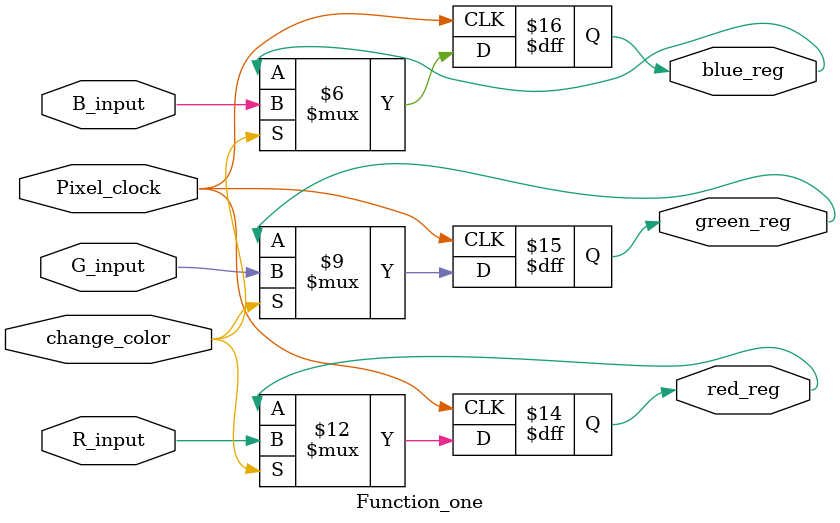
<source format=v>
module Function_one(
    input Pixel_clock,
	 input R_input,
	 input G_input,
	 input B_input,
	 input change_color,
    output reg red_reg=1'b0,
    output reg green_reg=1'b0,
    output reg blue_reg=1'b0
    );
	 


always@(posedge Pixel_clock)
begin
	 if(change_color)
	 begin
	     red_reg<=R_input;
		  green_reg<=G_input;
		  blue_reg<=B_input;
	 end
	 else
	 begin
	     red_reg<=red_reg;
		  green_reg<=green_reg;
		  blue_reg<=blue_reg;
	 end
end


endmodule

</source>
